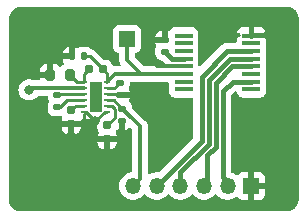
<source format=gbr>
%TF.GenerationSoftware,KiCad,Pcbnew,7.0.8*%
%TF.CreationDate,2024-10-17T18:58:31-04:00*%
%TF.ProjectId,Untitled,556e7469-746c-4656-942e-6b696361645f,rev?*%
%TF.SameCoordinates,Original*%
%TF.FileFunction,Copper,L1,Top*%
%TF.FilePolarity,Positive*%
%FSLAX46Y46*%
G04 Gerber Fmt 4.6, Leading zero omitted, Abs format (unit mm)*
G04 Created by KiCad (PCBNEW 7.0.8) date 2024-10-17 18:58:31*
%MOMM*%
%LPD*%
G01*
G04 APERTURE LIST*
G04 Aperture macros list*
%AMRoundRect*
0 Rectangle with rounded corners*
0 $1 Rounding radius*
0 $2 $3 $4 $5 $6 $7 $8 $9 X,Y pos of 4 corners*
0 Add a 4 corners polygon primitive as box body*
4,1,4,$2,$3,$4,$5,$6,$7,$8,$9,$2,$3,0*
0 Add four circle primitives for the rounded corners*
1,1,$1+$1,$2,$3*
1,1,$1+$1,$4,$5*
1,1,$1+$1,$6,$7*
1,1,$1+$1,$8,$9*
0 Add four rect primitives between the rounded corners*
20,1,$1+$1,$2,$3,$4,$5,0*
20,1,$1+$1,$4,$5,$6,$7,0*
20,1,$1+$1,$6,$7,$8,$9,0*
20,1,$1+$1,$8,$9,$2,$3,0*%
G04 Aperture macros list end*
%TA.AperFunction,SMDPad,CuDef*%
%ADD10RoundRect,0.135000X0.135000X0.185000X-0.135000X0.185000X-0.135000X-0.185000X0.135000X-0.185000X0*%
%TD*%
%TA.AperFunction,SMDPad,CuDef*%
%ADD11RoundRect,0.135000X0.185000X-0.135000X0.185000X0.135000X-0.185000X0.135000X-0.185000X-0.135000X0*%
%TD*%
%TA.AperFunction,SMDPad,CuDef*%
%ADD12RoundRect,0.160000X0.197500X0.160000X-0.197500X0.160000X-0.197500X-0.160000X0.197500X-0.160000X0*%
%TD*%
%TA.AperFunction,SMDPad,CuDef*%
%ADD13RoundRect,0.160000X-0.160000X0.197500X-0.160000X-0.197500X0.160000X-0.197500X0.160000X0.197500X0*%
%TD*%
%TA.AperFunction,SMDPad,CuDef*%
%ADD14RoundRect,0.135000X-0.185000X0.135000X-0.185000X-0.135000X0.185000X-0.135000X0.185000X0.135000X0*%
%TD*%
%TA.AperFunction,SMDPad,CuDef*%
%ADD15RoundRect,0.200000X0.200000X0.275000X-0.200000X0.275000X-0.200000X-0.275000X0.200000X-0.275000X0*%
%TD*%
%TA.AperFunction,SMDPad,CuDef*%
%ADD16RoundRect,0.051250X-0.683750X-0.153750X0.683750X-0.153750X0.683750X0.153750X-0.683750X0.153750X0*%
%TD*%
%TA.AperFunction,ComponentPad*%
%ADD17R,1.350000X1.350000*%
%TD*%
%TA.AperFunction,ComponentPad*%
%ADD18O,1.350000X1.350000*%
%TD*%
%TA.AperFunction,SMDPad,CuDef*%
%ADD19RoundRect,0.050000X0.200000X0.075000X-0.200000X0.075000X-0.200000X-0.075000X0.200000X-0.075000X0*%
%TD*%
%TA.AperFunction,SMDPad,CuDef*%
%ADD20R,1.000000X2.650000*%
%TD*%
%TA.AperFunction,ComponentPad*%
%ADD21C,0.400000*%
%TD*%
%TA.AperFunction,ViaPad*%
%ADD22C,0.800000*%
%TD*%
%TA.AperFunction,ViaPad*%
%ADD23C,0.400000*%
%TD*%
%TA.AperFunction,Conductor*%
%ADD24C,0.400000*%
%TD*%
%TA.AperFunction,Conductor*%
%ADD25C,0.250000*%
%TD*%
%TA.AperFunction,Conductor*%
%ADD26C,0.300000*%
%TD*%
G04 APERTURE END LIST*
D10*
%TO.P,4.7u,1*%
%TO.N,-5v*%
X118250000Y-78287500D03*
%TO.P,4.7u,2*%
%TO.N,GND*%
X117230000Y-78287500D03*
%TD*%
D11*
%TO.P,1u (10v),1*%
%TO.N,Net-(PS1-C1+)*%
X116000000Y-82597500D03*
%TO.P,1u (10v),2*%
%TO.N,Net-(PS1-C1-)*%
X116000000Y-81577500D03*
%TD*%
D12*
%TO.P,55k,1*%
%TO.N,-5v*%
X119845000Y-79397500D03*
%TO.P,55k,2*%
%TO.N,Net-(PS1-FB-)*%
X118650000Y-79397500D03*
%TD*%
D11*
%TO.P,C4,1*%
%TO.N,GND*%
X121500000Y-83727500D03*
%TO.P,C4,2*%
%TO.N,Vin*%
X121500000Y-82707500D03*
%TD*%
D13*
%TO.P,R2,1*%
%TO.N,Net-(PS1-FB+)*%
X120220000Y-84120000D03*
%TO.P,R2,2*%
%TO.N,GND*%
X120220000Y-85315000D03*
%TD*%
D14*
%TO.P,C1,1*%
%TO.N,GND*%
X125110000Y-76870000D03*
%TO.P,C1,2*%
%TO.N,Net-(IC1-VREFIN{slash}VREFOUT)*%
X125110000Y-77890000D03*
%TD*%
D15*
%TO.P,R5,1*%
%TO.N,Net-(PS1-FB-)*%
X117050000Y-79877500D03*
%TO.P,R5,2*%
%TO.N,GND*%
X115400000Y-79877500D03*
%TD*%
D16*
%TO.P,Bip-DAC (AD5761R),1,~{ALERT}*%
%TO.N,unconnected-(IC1-~{ALERT}-Pad1)*%
X126690000Y-76525000D03*
%TO.P,Bip-DAC (AD5761R),2,~{CLEAR}*%
%TO.N,unconnected-(IC1-~{CLEAR}-Pad2)*%
X126690000Y-77175000D03*
%TO.P,Bip-DAC (AD5761R),3,~{RESET}*%
%TO.N,unconnected-(IC1-~{RESET}-Pad3)*%
X126690000Y-77825000D03*
%TO.P,Bip-DAC (AD5761R),4,VREFIN/VREFOUT*%
%TO.N,Net-(IC1-VREFIN{slash}VREFOUT)*%
X126690000Y-78475000D03*
%TO.P,Bip-DAC (AD5761R),5,AGND*%
%TO.N,GND*%
X126690000Y-79125000D03*
%TO.P,Bip-DAC (AD5761R),6,VSS*%
%TO.N,-5v*%
X126690000Y-79775000D03*
%TO.P,Bip-DAC (AD5761R),7,VOUT*%
%TO.N,Net-(IC1-VOUT)*%
X126690000Y-80425000D03*
%TO.P,Bip-DAC (AD5761R),8,VDD*%
%TO.N,Vin*%
X126690000Y-81075000D03*
%TO.P,Bip-DAC (AD5761R),9,DNC*%
%TO.N,unconnected-(IC1-DNC-Pad9)*%
X132430000Y-81075000D03*
%TO.P,Bip-DAC (AD5761R),10,SDO*%
%TO.N,MISO*%
X132430000Y-80425000D03*
%TO.P,Bip-DAC (AD5761R),11,~{LDAC}*%
%TO.N,unconnected-(IC1-~{LDAC}-Pad11)*%
X132430000Y-79775000D03*
%TO.P,Bip-DAC (AD5761R),12,SDI*%
%TO.N,MOSI*%
X132430000Y-79125000D03*
%TO.P,Bip-DAC (AD5761R),13,~{SYNC}*%
%TO.N,Sync'*%
X132430000Y-78475000D03*
%TO.P,Bip-DAC (AD5761R),14,SCLK*%
%TO.N,Sclk*%
X132430000Y-77825000D03*
%TO.P,Bip-DAC (AD5761R),15,DVCC*%
%TO.N,Vin*%
X132430000Y-77175000D03*
%TO.P,Bip-DAC (AD5761R),16,DGND*%
%TO.N,GND*%
X132430000Y-76525000D03*
%TD*%
D17*
%TO.P,J2,1,Pin_1*%
%TO.N,-5v*%
X121900000Y-76800000D03*
%TD*%
%TO.P,J1,1,Pin_1*%
%TO.N,GND*%
X132420000Y-89260000D03*
D18*
%TO.P,J1,2,Pin_2*%
%TO.N,MISO*%
X130420000Y-89260000D03*
%TO.P,J1,3,Pin_3*%
%TO.N,MOSI*%
X128420000Y-89260000D03*
%TO.P,J1,4,Pin_4*%
%TO.N,Sync'*%
X126420000Y-89260000D03*
%TO.P,J1,5,Pin_5*%
%TO.N,Sclk*%
X124420000Y-89260000D03*
%TO.P,J1,6,Pin_6*%
%TO.N,Vin*%
X122420000Y-89260000D03*
%TD*%
D13*
%TO.P,10k,1*%
%TO.N,Net-(PS1-OUT+)*%
X117180000Y-82850000D03*
%TO.P,10k,2*%
%TO.N,GND*%
X117180000Y-84045000D03*
%TD*%
D14*
%TO.P,4.7u,1*%
%TO.N,Net-(PS1-CP)*%
X121310000Y-80507500D03*
%TO.P,4.7u,2*%
%TO.N,GND*%
X121310000Y-81527500D03*
%TD*%
D19*
%TO.P,PS1,1,PGOOD*%
%TO.N,GND*%
X120190000Y-82982500D03*
%TO.P,PS1,2,FB+*%
%TO.N,Net-(PS1-FB+)*%
X120190000Y-82482500D03*
%TO.P,PS1,3,VIN*%
%TO.N,Vin*%
X120190000Y-81982500D03*
%TO.P,PS1,4,GND*%
%TO.N,GND*%
X120190000Y-81482500D03*
%TO.P,PS1,5,CP*%
%TO.N,Net-(PS1-CP)*%
X120190000Y-80982500D03*
%TO.P,PS1,6,OUT-*%
%TO.N,-5v*%
X120190000Y-80482500D03*
%TO.P,PS1,7,FB-*%
%TO.N,Net-(PS1-FB-)*%
X118290000Y-80482500D03*
%TO.P,PS1,8,EN-*%
%TO.N,Vin*%
X118290000Y-80982500D03*
%TO.P,PS1,9,C1-*%
%TO.N,Net-(PS1-C1-)*%
X118290000Y-81482500D03*
%TO.P,PS1,10,C1+*%
%TO.N,Net-(PS1-C1+)*%
X118290000Y-81982500D03*
%TO.P,PS1,11,OUT+*%
%TO.N,Net-(PS1-OUT+)*%
X118290000Y-82482500D03*
%TO.P,PS1,12,EN+*%
%TO.N,GND*%
X118290000Y-82982500D03*
D20*
%TO.P,PS1,13,PAD*%
X119240000Y-81732500D03*
D21*
%TO.P,PS1,14*%
%TO.N,N/C*%
X119240000Y-82807500D03*
%TO.P,PS1,15*%
X119240000Y-81732500D03*
%TO.P,PS1,16*%
X119240000Y-80657500D03*
%TD*%
D22*
%TO.N,GND*%
X126370000Y-84790000D03*
X124180000Y-83130000D03*
X116200000Y-78297500D03*
X119200000Y-83777500D03*
X124540000Y-86750000D03*
D23*
X118940000Y-81190000D03*
X119530000Y-81190000D03*
D22*
X114240000Y-79867500D03*
X123000000Y-81420000D03*
X133870000Y-76520000D03*
X124490000Y-84900000D03*
X124800000Y-81810000D03*
D23*
X119490000Y-82250000D03*
D22*
X125110000Y-75910000D03*
X123950000Y-78620000D03*
X121720000Y-85280000D03*
D23*
X119020000Y-82260000D03*
D22*
X126160000Y-83130000D03*
X117180000Y-85007500D03*
%TO.N,Vin*%
X113610000Y-81120000D03*
%TD*%
D24*
%TO.N,Net-(IC1-VREFIN{slash}VREFOUT)*%
X126690000Y-78475000D02*
X125695000Y-78475000D01*
X125695000Y-78475000D02*
X125110000Y-77890000D01*
D25*
%TO.N,GND*%
X120190000Y-81482500D02*
X121265000Y-81482500D01*
X118405000Y-82982500D02*
X119200000Y-83777500D01*
D26*
X126690000Y-79125000D02*
X124455000Y-79125000D01*
D24*
X133870000Y-76520000D02*
X132435000Y-76520000D01*
D26*
X117230000Y-78287500D02*
X116210000Y-78287500D01*
D25*
X121720000Y-85280000D02*
X121685000Y-85315000D01*
X121500000Y-85060000D02*
X121500000Y-83727500D01*
X121685000Y-85315000D02*
X120220000Y-85315000D01*
X114250000Y-79877500D02*
X114240000Y-79867500D01*
X115400000Y-79877500D02*
X114250000Y-79877500D01*
X122892500Y-81527500D02*
X123000000Y-81420000D01*
D24*
X132435000Y-76520000D02*
X132430000Y-76525000D01*
D25*
X120190000Y-82982500D02*
X119995000Y-82982500D01*
D26*
X124455000Y-79125000D02*
X123950000Y-78620000D01*
D25*
X121720000Y-85280000D02*
X121500000Y-85060000D01*
X118290000Y-82982500D02*
X118405000Y-82982500D01*
X121265000Y-81482500D02*
X121310000Y-81527500D01*
X116350000Y-78157500D02*
X116340000Y-78167500D01*
X119995000Y-82982500D02*
X119200000Y-83777500D01*
X121310000Y-81527500D02*
X122892500Y-81527500D01*
X117180000Y-84045000D02*
X117180000Y-85007500D01*
D26*
X116210000Y-78287500D02*
X116200000Y-78297500D01*
D24*
X125110000Y-76870000D02*
X125110000Y-75910000D01*
D26*
%TO.N,-5v*%
X123070000Y-79790000D02*
X121900000Y-78620000D01*
X123070000Y-79790000D02*
X126675000Y-79790000D01*
X120882500Y-79790000D02*
X123070000Y-79790000D01*
X121900000Y-78620000D02*
X121900000Y-76800000D01*
D25*
X120190000Y-79742500D02*
X120190000Y-80482500D01*
D26*
X120190000Y-80482500D02*
X120882500Y-79790000D01*
D25*
X119845000Y-79397500D02*
X118735000Y-78287500D01*
X119845000Y-79397500D02*
X120190000Y-79742500D01*
X118735000Y-78287500D02*
X118250000Y-78287500D01*
D26*
X126675000Y-79790000D02*
X126690000Y-79775000D01*
D25*
X119845000Y-79397500D02*
X119735000Y-79397500D01*
D26*
%TO.N,Vin*%
X113610000Y-81120000D02*
X113772500Y-80957500D01*
D25*
X120190000Y-81982500D02*
X120210000Y-82002500D01*
D26*
X118265000Y-80957500D02*
X118290000Y-80982500D01*
X123010000Y-84217500D02*
X122420000Y-83627500D01*
X122420000Y-89260000D02*
X123010000Y-88670000D01*
D25*
X120775000Y-81982500D02*
X121500000Y-82707500D01*
X120190000Y-81982500D02*
X120775000Y-81982500D01*
D26*
X113772500Y-80957500D02*
X118265000Y-80957500D01*
D25*
X123010000Y-84755000D02*
X123010000Y-88670000D01*
D26*
X122420000Y-83627500D02*
X121500000Y-82707500D01*
X123010000Y-88670000D02*
X123010000Y-84217500D01*
D24*
%TO.N,MISO*%
X130420000Y-89260000D02*
X130420000Y-88948528D01*
X130010000Y-81260000D02*
X130845000Y-80425000D01*
X130845000Y-80425000D02*
X132430000Y-80425000D01*
X130420000Y-88948528D02*
X130000000Y-88528528D01*
X130000000Y-86225584D02*
X130010000Y-86215584D01*
X130010000Y-86215584D02*
X130010000Y-81260000D01*
X130000000Y-88528528D02*
X130000000Y-86225584D01*
%TO.N,MOSI*%
X129410000Y-85967056D02*
X129410000Y-80517056D01*
X128420000Y-89260000D02*
X128710000Y-88970000D01*
X128710000Y-86667056D02*
X129410000Y-85967056D01*
X128710000Y-88970000D02*
X128710000Y-86667056D01*
X130802056Y-79125000D02*
X132430000Y-79125000D01*
X129410000Y-80517056D02*
X130802056Y-79125000D01*
%TO.N,Sync'*%
X128810000Y-85718528D02*
X128810000Y-80268528D01*
X128810000Y-80268528D02*
X130603528Y-78475000D01*
X126420000Y-88108528D02*
X128810000Y-85718528D01*
X126420000Y-89260000D02*
X126420000Y-88108528D01*
X130603528Y-78475000D02*
X132430000Y-78475000D01*
%TO.N,Sclk*%
X128210000Y-85470000D02*
X128210000Y-80020000D01*
X124420000Y-89260000D02*
X128210000Y-85470000D01*
X130405000Y-77825000D02*
X132430000Y-77825000D01*
X128210000Y-80020000D02*
X130405000Y-77825000D01*
D25*
%TO.N,Net-(PS1-CP)*%
X120835000Y-80982500D02*
X121310000Y-80507500D01*
X120190000Y-80982500D02*
X120835000Y-80982500D01*
%TO.N,Net-(PS1-C1+)*%
X116000000Y-82597500D02*
X116210000Y-82597500D01*
X116825000Y-81982500D02*
X118290000Y-81982500D01*
X116210000Y-82597500D02*
X116825000Y-81982500D01*
%TO.N,Net-(PS1-C1-)*%
X118290000Y-81482500D02*
X116095000Y-81482500D01*
X116095000Y-81482500D02*
X116000000Y-81577500D01*
%TO.N,Net-(PS1-FB+)*%
X120190000Y-82482500D02*
X120625000Y-82482500D01*
X120625000Y-82482500D02*
X120850000Y-82707500D01*
X120850000Y-82707500D02*
X120850000Y-83490000D01*
X120850000Y-83490000D02*
X120220000Y-84120000D01*
%TO.N,Net-(PS1-FB-)*%
X118650000Y-79397500D02*
X118290000Y-79757500D01*
X118290000Y-79757500D02*
X118290000Y-80482500D01*
X118290000Y-80482500D02*
X117655000Y-80482500D01*
X117655000Y-80482500D02*
X117050000Y-79877500D01*
%TO.N,Net-(PS1-OUT+)*%
X117547500Y-82482500D02*
X117180000Y-82850000D01*
X118290000Y-82482500D02*
X117547500Y-82482500D01*
%TD*%
%TA.AperFunction,Conductor*%
%TO.N,GND*%
G36*
X123028442Y-80442026D02*
G01*
X123049405Y-80445347D01*
X123094104Y-80441121D01*
X123097770Y-80440775D01*
X123103608Y-80440500D01*
X125330500Y-80440500D01*
X125397539Y-80460185D01*
X125443294Y-80512989D01*
X125454500Y-80564500D01*
X125454500Y-80621944D01*
X125461276Y-80678369D01*
X125465148Y-80710617D01*
X125467095Y-80718317D01*
X125464068Y-80719082D01*
X125469008Y-80774170D01*
X125466822Y-80781614D01*
X125467095Y-80781683D01*
X125465148Y-80789382D01*
X125460308Y-80829691D01*
X125454500Y-80878056D01*
X125454500Y-81271944D01*
X125460092Y-81318511D01*
X125465147Y-81360611D01*
X125520790Y-81501712D01*
X125612435Y-81622564D01*
X125733287Y-81714209D01*
X125733288Y-81714209D01*
X125733289Y-81714210D01*
X125874387Y-81769852D01*
X125963056Y-81780500D01*
X125963062Y-81780500D01*
X127385500Y-81780500D01*
X127452539Y-81800185D01*
X127498294Y-81852989D01*
X127509500Y-81904500D01*
X127509500Y-85128480D01*
X127489815Y-85195519D01*
X127473181Y-85216161D01*
X124639103Y-88050238D01*
X124577780Y-88083723D01*
X124534694Y-88084358D01*
X124534632Y-88085029D01*
X124528927Y-88084500D01*
X124528926Y-88084500D01*
X124311074Y-88084500D01*
X124096931Y-88124530D01*
X124060298Y-88138722D01*
X123893792Y-88203226D01*
X123893786Y-88203230D01*
X123849777Y-88230479D01*
X123782416Y-88249034D01*
X123715717Y-88228226D01*
X123670856Y-88174660D01*
X123660500Y-88125052D01*
X123660500Y-84303002D01*
X123662268Y-84286989D01*
X123662026Y-84286967D01*
X123662758Y-84279211D01*
X123662760Y-84279204D01*
X123660500Y-84207296D01*
X123660500Y-84176575D01*
X123659579Y-84169288D01*
X123659122Y-84163479D01*
X123657597Y-84114931D01*
X123651676Y-84094553D01*
X123647731Y-84075504D01*
X123645071Y-84054442D01*
X123627185Y-84009269D01*
X123625296Y-84003749D01*
X123621002Y-83988971D01*
X123611744Y-83957102D01*
X123600940Y-83938834D01*
X123592378Y-83921356D01*
X123584568Y-83901629D01*
X123584565Y-83901625D01*
X123580975Y-83896684D01*
X123556014Y-83862327D01*
X123552811Y-83857451D01*
X123528081Y-83815635D01*
X123528079Y-83815633D01*
X123528078Y-83815631D01*
X123513075Y-83800629D01*
X123500435Y-83785830D01*
X123487961Y-83768660D01*
X123450528Y-83737694D01*
X123446206Y-83733760D01*
X122356818Y-82644372D01*
X122323333Y-82583049D01*
X122320499Y-82556691D01*
X122320499Y-82508320D01*
X122317665Y-82472296D01*
X122272869Y-82318107D01*
X122191135Y-82179902D01*
X122191133Y-82179900D01*
X122191130Y-82179896D01*
X122093010Y-82081776D01*
X122059525Y-82020453D01*
X122064509Y-81950761D01*
X122073963Y-81930968D01*
X122082405Y-81916694D01*
X122122844Y-81777500D01*
X121505952Y-81777500D01*
X121438913Y-81757815D01*
X121418278Y-81741187D01*
X121279633Y-81602542D01*
X121246151Y-81541222D01*
X121251135Y-81471530D01*
X121271769Y-81435828D01*
X121296294Y-81406182D01*
X121300219Y-81401870D01*
X121387774Y-81314317D01*
X121449097Y-81280832D01*
X121475454Y-81277999D01*
X121559180Y-81277999D01*
X121563096Y-81277690D01*
X121567959Y-81277500D01*
X122122844Y-81277500D01*
X122082404Y-81138305D01*
X122048581Y-81081112D01*
X122031398Y-81013388D01*
X122048582Y-80954869D01*
X122062258Y-80931744D01*
X122082869Y-80896893D01*
X122127665Y-80742704D01*
X122130500Y-80706681D01*
X122130499Y-80564499D01*
X122150183Y-80497461D01*
X122202987Y-80451706D01*
X122254499Y-80440500D01*
X122987823Y-80440500D01*
X123009045Y-80440500D01*
X123028442Y-80442026D01*
G37*
%TD.AperFunction*%
%TA.AperFunction,Conductor*%
G36*
X135431512Y-74071961D02*
G01*
X135435268Y-74072285D01*
X135474840Y-74075701D01*
X135600559Y-74087923D01*
X135620513Y-74091530D01*
X135680050Y-74107418D01*
X135688040Y-74109551D01*
X135699163Y-74112913D01*
X135780541Y-74137510D01*
X135796948Y-74143771D01*
X135864985Y-74175424D01*
X135867997Y-74176927D01*
X135951500Y-74221472D01*
X135957827Y-74225351D01*
X135990370Y-74248102D01*
X136024490Y-74271956D01*
X136028253Y-74274806D01*
X136100166Y-74333742D01*
X136104662Y-74337811D01*
X136155975Y-74389063D01*
X136162567Y-74395647D01*
X136166661Y-74400159D01*
X136225669Y-74471984D01*
X136228535Y-74475758D01*
X136275206Y-74542346D01*
X136279102Y-74548683D01*
X136323754Y-74632147D01*
X136325265Y-74635168D01*
X136356985Y-74703135D01*
X136363270Y-74719548D01*
X136391343Y-74812024D01*
X136409440Y-74879512D01*
X136413073Y-74899467D01*
X136425312Y-75023654D01*
X136429264Y-75068802D01*
X136429500Y-75074211D01*
X136429500Y-90378519D01*
X136429264Y-90383923D01*
X136425482Y-90427164D01*
X136413137Y-90552717D01*
X136409513Y-90572652D01*
X136391479Y-90640014D01*
X136363481Y-90732377D01*
X136357212Y-90748774D01*
X136325595Y-90816636D01*
X136324084Y-90819659D01*
X136279561Y-90903029D01*
X136275672Y-90909366D01*
X136229142Y-90975883D01*
X136226284Y-90979654D01*
X136167435Y-91051437D01*
X136163353Y-91055946D01*
X136105628Y-91113741D01*
X136101122Y-91117830D01*
X136029402Y-91176770D01*
X136025635Y-91179633D01*
X135959181Y-91226236D01*
X135952850Y-91230133D01*
X135869539Y-91274754D01*
X135866516Y-91276268D01*
X135798681Y-91307972D01*
X135782293Y-91314260D01*
X135689969Y-91342366D01*
X135622615Y-91360486D01*
X135602697Y-91364133D01*
X135478683Y-91376491D01*
X135433662Y-91380481D01*
X135428262Y-91380724D01*
X112893935Y-91408272D01*
X112888522Y-91408042D01*
X112845219Y-91404303D01*
X112719448Y-91392076D01*
X112699473Y-91388465D01*
X112631959Y-91370448D01*
X112539471Y-91342492D01*
X112523042Y-91336224D01*
X112455030Y-91304582D01*
X112452002Y-91303071D01*
X112368507Y-91258532D01*
X112362163Y-91254642D01*
X112327106Y-91230133D01*
X112295508Y-91208042D01*
X112291739Y-91205187D01*
X112219835Y-91146259D01*
X112215335Y-91142186D01*
X112157428Y-91084348D01*
X112153337Y-91079839D01*
X112133708Y-91055946D01*
X112094323Y-91008006D01*
X112091470Y-91004250D01*
X112044787Y-90937645D01*
X112040896Y-90931315D01*
X111996244Y-90847851D01*
X111994747Y-90844860D01*
X111963007Y-90776850D01*
X111956735Y-90760471D01*
X111928655Y-90667972D01*
X111910559Y-90600487D01*
X111906927Y-90580542D01*
X111894694Y-90456416D01*
X111890736Y-90411198D01*
X111890500Y-90405791D01*
X111890500Y-85565000D01*
X119400000Y-85565000D01*
X119400000Y-85565837D01*
X119406043Y-85632343D01*
X119453724Y-85785359D01*
X119453726Y-85785363D01*
X119536639Y-85922519D01*
X119536642Y-85922523D01*
X119649976Y-86035857D01*
X119649980Y-86035860D01*
X119787136Y-86118773D01*
X119787138Y-86118774D01*
X119940155Y-86166456D01*
X119940161Y-86166458D01*
X119969999Y-86169168D01*
X119970000Y-86169168D01*
X119970000Y-85565000D01*
X120470000Y-85565000D01*
X120470000Y-86169168D01*
X120499838Y-86166458D01*
X120499844Y-86166456D01*
X120652861Y-86118774D01*
X120652863Y-86118773D01*
X120790019Y-86035860D01*
X120790023Y-86035857D01*
X120903357Y-85922523D01*
X120903360Y-85922519D01*
X120986273Y-85785363D01*
X120986275Y-85785359D01*
X121033956Y-85632343D01*
X121040000Y-85565837D01*
X121040000Y-85565000D01*
X120470000Y-85565000D01*
X119970000Y-85565000D01*
X119400000Y-85565000D01*
X111890500Y-85565000D01*
X111890500Y-84295000D01*
X116360000Y-84295000D01*
X116360000Y-84295837D01*
X116366043Y-84362343D01*
X116413724Y-84515359D01*
X116413726Y-84515363D01*
X116496639Y-84652519D01*
X116496642Y-84652523D01*
X116609976Y-84765857D01*
X116609980Y-84765860D01*
X116747136Y-84848773D01*
X116747138Y-84848774D01*
X116900155Y-84896456D01*
X116900161Y-84896458D01*
X116929999Y-84899168D01*
X116930000Y-84899168D01*
X116930000Y-84295000D01*
X117430000Y-84295000D01*
X117430000Y-84899168D01*
X117459838Y-84896458D01*
X117459844Y-84896456D01*
X117612861Y-84848774D01*
X117612863Y-84848773D01*
X117750019Y-84765860D01*
X117750023Y-84765857D01*
X117863357Y-84652523D01*
X117863360Y-84652519D01*
X117946273Y-84515363D01*
X117946275Y-84515359D01*
X117993956Y-84362343D01*
X118000000Y-84295837D01*
X118000000Y-84295000D01*
X117430000Y-84295000D01*
X116930000Y-84295000D01*
X116360000Y-84295000D01*
X111890500Y-84295000D01*
X111890500Y-81120000D01*
X112704540Y-81120000D01*
X112724326Y-81308256D01*
X112724327Y-81308259D01*
X112782818Y-81488277D01*
X112782821Y-81488284D01*
X112877467Y-81652216D01*
X112933286Y-81714209D01*
X113004129Y-81792888D01*
X113157265Y-81904148D01*
X113157270Y-81904151D01*
X113330192Y-81981142D01*
X113330197Y-81981144D01*
X113515354Y-82020500D01*
X113515355Y-82020500D01*
X113704644Y-82020500D01*
X113704646Y-82020500D01*
X113889803Y-81981144D01*
X114062730Y-81904151D01*
X114215871Y-81792888D01*
X114342533Y-81652216D01*
X114342533Y-81652214D01*
X114345403Y-81649028D01*
X114404890Y-81612379D01*
X114437553Y-81608000D01*
X115055501Y-81608000D01*
X115122540Y-81627685D01*
X115168295Y-81680489D01*
X115179501Y-81732000D01*
X115179501Y-81776680D01*
X115182335Y-81812704D01*
X115227129Y-81966888D01*
X115227132Y-81966895D01*
X115261128Y-82024381D01*
X115278309Y-82092105D01*
X115261128Y-82150619D01*
X115227132Y-82208104D01*
X115227129Y-82208111D01*
X115182335Y-82362291D01*
X115182334Y-82362297D01*
X115179500Y-82398317D01*
X115179501Y-82796681D01*
X115182335Y-82832705D01*
X115227129Y-82986888D01*
X115227131Y-82986893D01*
X115308863Y-83125095D01*
X115308869Y-83125103D01*
X115422396Y-83238630D01*
X115422400Y-83238633D01*
X115422402Y-83238635D01*
X115560607Y-83320369D01*
X115582932Y-83326855D01*
X115714791Y-83365164D01*
X115714794Y-83365164D01*
X115714796Y-83365165D01*
X115726803Y-83366110D01*
X115750817Y-83368000D01*
X115750818Y-83367999D01*
X115750819Y-83368000D01*
X116083059Y-83367999D01*
X116249181Y-83367999D01*
X116251629Y-83367806D01*
X116285204Y-83365165D01*
X116289661Y-83363870D01*
X116359529Y-83364067D01*
X116418201Y-83402007D01*
X116447046Y-83465644D01*
X116436908Y-83534775D01*
X116430377Y-83547093D01*
X116413725Y-83574638D01*
X116413724Y-83574640D01*
X116366043Y-83727656D01*
X116360000Y-83794162D01*
X116360000Y-83795000D01*
X118000000Y-83795000D01*
X118000000Y-83794161D01*
X117995326Y-83742720D01*
X118008863Y-83674175D01*
X118057310Y-83623830D01*
X118118817Y-83607500D01*
X118165000Y-83607500D01*
X118165000Y-83232000D01*
X118184685Y-83164961D01*
X118237489Y-83119206D01*
X118289000Y-83108000D01*
X118291000Y-83108000D01*
X118358039Y-83127685D01*
X118403794Y-83180489D01*
X118415000Y-83232000D01*
X118415000Y-83607500D01*
X118533054Y-83607500D01*
X118621443Y-83596886D01*
X118699398Y-83566145D01*
X118744888Y-83557500D01*
X118989998Y-83557500D01*
X119012874Y-83534624D01*
X119074197Y-83501139D01*
X119130231Y-83501908D01*
X119154944Y-83508000D01*
X119328818Y-83508000D01*
X119395857Y-83527685D01*
X119441612Y-83580489D01*
X119451556Y-83649647D01*
X119447203Y-83668890D01*
X119405548Y-83802565D01*
X119404787Y-83810936D01*
X119400117Y-83862336D01*
X119399500Y-83869121D01*
X119399500Y-84370888D01*
X119405546Y-84437426D01*
X119405548Y-84437433D01*
X119453265Y-84590566D01*
X119453267Y-84590570D01*
X119491511Y-84653834D01*
X119509347Y-84721389D01*
X119491512Y-84782132D01*
X119453724Y-84844641D01*
X119406043Y-84997656D01*
X119400000Y-85064162D01*
X119400000Y-85065000D01*
X121040000Y-85065000D01*
X121040000Y-85064162D01*
X121033956Y-84997656D01*
X120986275Y-84844640D01*
X120948488Y-84782133D01*
X120930652Y-84714578D01*
X120948488Y-84653834D01*
X120986733Y-84590569D01*
X120996892Y-84557967D01*
X121035629Y-84499820D01*
X121099654Y-84471846D01*
X121149872Y-84475782D01*
X121214871Y-84494666D01*
X121214877Y-84494667D01*
X121250000Y-84497431D01*
X121250000Y-84026880D01*
X121269685Y-83959841D01*
X121283608Y-83941996D01*
X121299241Y-83925348D01*
X121320116Y-83904474D01*
X121320116Y-83904473D01*
X121320120Y-83904470D01*
X121324373Y-83898986D01*
X121328150Y-83894563D01*
X121360062Y-83860582D01*
X121369714Y-83843023D01*
X121380389Y-83826772D01*
X121392674Y-83810936D01*
X121408046Y-83775410D01*
X121452731Y-83721704D01*
X121519362Y-83700680D01*
X121586783Y-83719017D01*
X121609528Y-83736974D01*
X121713681Y-83841127D01*
X121747166Y-83902450D01*
X121750000Y-83928808D01*
X121750000Y-84497430D01*
X121785122Y-84494667D01*
X121785128Y-84494666D01*
X121939188Y-84449907D01*
X121939191Y-84449906D01*
X122077284Y-84368238D01*
X122082982Y-84363819D01*
X122148017Y-84338281D01*
X122216535Y-84351958D01*
X122246668Y-84374114D01*
X122323181Y-84450627D01*
X122356666Y-84511950D01*
X122359500Y-84538308D01*
X122359500Y-87972479D01*
X122339815Y-88039518D01*
X122287011Y-88085273D01*
X122258285Y-88094367D01*
X122096931Y-88124530D01*
X122060298Y-88138722D01*
X121893792Y-88203226D01*
X121893786Y-88203229D01*
X121708576Y-88317906D01*
X121708566Y-88317913D01*
X121547574Y-88464676D01*
X121416288Y-88638527D01*
X121319184Y-88833537D01*
X121259564Y-89043081D01*
X121239464Y-89259999D01*
X121239464Y-89260000D01*
X121259564Y-89476918D01*
X121259564Y-89476920D01*
X121259565Y-89476923D01*
X121319183Y-89686459D01*
X121416288Y-89881472D01*
X121547573Y-90055322D01*
X121708568Y-90202088D01*
X121708575Y-90202092D01*
X121708576Y-90202093D01*
X121893786Y-90316770D01*
X121893792Y-90316773D01*
X121916664Y-90325633D01*
X122096931Y-90395470D01*
X122311074Y-90435500D01*
X122311076Y-90435500D01*
X122528924Y-90435500D01*
X122528926Y-90435500D01*
X122743069Y-90395470D01*
X122946210Y-90316772D01*
X123131432Y-90202088D01*
X123292427Y-90055322D01*
X123321047Y-90017422D01*
X123377153Y-89975787D01*
X123446865Y-89971094D01*
X123508048Y-90004836D01*
X123518946Y-90017414D01*
X123547573Y-90055322D01*
X123708568Y-90202088D01*
X123708575Y-90202092D01*
X123708576Y-90202093D01*
X123893786Y-90316770D01*
X123893792Y-90316773D01*
X123916664Y-90325633D01*
X124096931Y-90395470D01*
X124311074Y-90435500D01*
X124311076Y-90435500D01*
X124528924Y-90435500D01*
X124528926Y-90435500D01*
X124743069Y-90395470D01*
X124946210Y-90316772D01*
X125131432Y-90202088D01*
X125292427Y-90055322D01*
X125321047Y-90017422D01*
X125377153Y-89975787D01*
X125446865Y-89971094D01*
X125508048Y-90004836D01*
X125518946Y-90017414D01*
X125547573Y-90055322D01*
X125708568Y-90202088D01*
X125708575Y-90202092D01*
X125708576Y-90202093D01*
X125893786Y-90316770D01*
X125893792Y-90316773D01*
X125916664Y-90325633D01*
X126096931Y-90395470D01*
X126311074Y-90435500D01*
X126311076Y-90435500D01*
X126528924Y-90435500D01*
X126528926Y-90435500D01*
X126743069Y-90395470D01*
X126946210Y-90316772D01*
X127131432Y-90202088D01*
X127292427Y-90055322D01*
X127321047Y-90017422D01*
X127377153Y-89975787D01*
X127446865Y-89971094D01*
X127508048Y-90004836D01*
X127518946Y-90017414D01*
X127547573Y-90055322D01*
X127708568Y-90202088D01*
X127708575Y-90202092D01*
X127708576Y-90202093D01*
X127893786Y-90316770D01*
X127893792Y-90316773D01*
X127916664Y-90325633D01*
X128096931Y-90395470D01*
X128311074Y-90435500D01*
X128311076Y-90435500D01*
X128528924Y-90435500D01*
X128528926Y-90435500D01*
X128743069Y-90395470D01*
X128946210Y-90316772D01*
X129131432Y-90202088D01*
X129292427Y-90055322D01*
X129321047Y-90017422D01*
X129377153Y-89975787D01*
X129446865Y-89971094D01*
X129508048Y-90004836D01*
X129518946Y-90017414D01*
X129547573Y-90055322D01*
X129708568Y-90202088D01*
X129708575Y-90202092D01*
X129708576Y-90202093D01*
X129893786Y-90316770D01*
X129893792Y-90316773D01*
X129916664Y-90325633D01*
X130096931Y-90395470D01*
X130311074Y-90435500D01*
X130311076Y-90435500D01*
X130528924Y-90435500D01*
X130528926Y-90435500D01*
X130743069Y-90395470D01*
X130946210Y-90316772D01*
X131131432Y-90202088D01*
X131142779Y-90191743D01*
X131205579Y-90161125D01*
X131274966Y-90169319D01*
X131325585Y-90209067D01*
X131387809Y-90292187D01*
X131387812Y-90292190D01*
X131502906Y-90378350D01*
X131502913Y-90378354D01*
X131637620Y-90428596D01*
X131637627Y-90428598D01*
X131697155Y-90434999D01*
X131697172Y-90435000D01*
X132170000Y-90435000D01*
X132170000Y-89575686D01*
X132181955Y-89587641D01*
X132294852Y-89645165D01*
X132388519Y-89660000D01*
X132451481Y-89660000D01*
X132545148Y-89645165D01*
X132658045Y-89587641D01*
X132670000Y-89575686D01*
X132670000Y-90435000D01*
X133142828Y-90435000D01*
X133142844Y-90434999D01*
X133202372Y-90428598D01*
X133202379Y-90428596D01*
X133337086Y-90378354D01*
X133337093Y-90378350D01*
X133452187Y-90292190D01*
X133452190Y-90292187D01*
X133538350Y-90177093D01*
X133538354Y-90177086D01*
X133588596Y-90042379D01*
X133588598Y-90042372D01*
X133594999Y-89982844D01*
X133595000Y-89982827D01*
X133595000Y-89510000D01*
X132735686Y-89510000D01*
X132747641Y-89498045D01*
X132805165Y-89385148D01*
X132824986Y-89260000D01*
X132805165Y-89134852D01*
X132747641Y-89021955D01*
X132735686Y-89010000D01*
X133595000Y-89010000D01*
X133595000Y-88537172D01*
X133594999Y-88537155D01*
X133588598Y-88477627D01*
X133588596Y-88477620D01*
X133538354Y-88342913D01*
X133538350Y-88342906D01*
X133452190Y-88227812D01*
X133452187Y-88227809D01*
X133337093Y-88141649D01*
X133337086Y-88141645D01*
X133202379Y-88091403D01*
X133202372Y-88091401D01*
X133142844Y-88085000D01*
X132670000Y-88085000D01*
X132670000Y-88944314D01*
X132658045Y-88932359D01*
X132545148Y-88874835D01*
X132451481Y-88860000D01*
X132388519Y-88860000D01*
X132294852Y-88874835D01*
X132181955Y-88932359D01*
X132170000Y-88944314D01*
X132170000Y-88085000D01*
X131697155Y-88085000D01*
X131637627Y-88091401D01*
X131637620Y-88091403D01*
X131502913Y-88141645D01*
X131502906Y-88141649D01*
X131387812Y-88227809D01*
X131325585Y-88310933D01*
X131269651Y-88352803D01*
X131199959Y-88357787D01*
X131142781Y-88328258D01*
X131131432Y-88317912D01*
X131131429Y-88317910D01*
X131131428Y-88317909D01*
X130946213Y-88203229D01*
X130946201Y-88203224D01*
X130779705Y-88138722D01*
X130724304Y-88096149D01*
X130700714Y-88030382D01*
X130700500Y-88023096D01*
X130700500Y-86344067D01*
X130700952Y-86336594D01*
X130701783Y-86329741D01*
X130702615Y-86322883D01*
X130703173Y-86319213D01*
X130714357Y-86258190D01*
X130710613Y-86196291D01*
X130710500Y-86192547D01*
X130710500Y-81601519D01*
X130730185Y-81534480D01*
X130746819Y-81513838D01*
X130858787Y-81401870D01*
X130992057Y-81268599D01*
X131053378Y-81235116D01*
X131123069Y-81240100D01*
X131179003Y-81281971D01*
X131202851Y-81341495D01*
X131205146Y-81360608D01*
X131260790Y-81501712D01*
X131352435Y-81622564D01*
X131473287Y-81714209D01*
X131473288Y-81714209D01*
X131473289Y-81714210D01*
X131614387Y-81769852D01*
X131703056Y-81780500D01*
X131703062Y-81780500D01*
X133156938Y-81780500D01*
X133156944Y-81780500D01*
X133245613Y-81769852D01*
X133386711Y-81714210D01*
X133507564Y-81622564D01*
X133599210Y-81501711D01*
X133654852Y-81360613D01*
X133665500Y-81271944D01*
X133665500Y-80878056D01*
X133654852Y-80789387D01*
X133654849Y-80789381D01*
X133652903Y-80781675D01*
X133655948Y-80780905D01*
X133650969Y-80725944D01*
X133653185Y-80718396D01*
X133652903Y-80718325D01*
X133654850Y-80710617D01*
X133654852Y-80710613D01*
X133665500Y-80621944D01*
X133665500Y-80228056D01*
X133654852Y-80139387D01*
X133654849Y-80139381D01*
X133652903Y-80131675D01*
X133655948Y-80130905D01*
X133650969Y-80075944D01*
X133653185Y-80068396D01*
X133652903Y-80068325D01*
X133654849Y-80060620D01*
X133654852Y-80060613D01*
X133665500Y-79971944D01*
X133665500Y-79578056D01*
X133654852Y-79489387D01*
X133654849Y-79489381D01*
X133652903Y-79481675D01*
X133655948Y-79480905D01*
X133650969Y-79425944D01*
X133653185Y-79418396D01*
X133652903Y-79418325D01*
X133654849Y-79410620D01*
X133654852Y-79410613D01*
X133665500Y-79321944D01*
X133665500Y-78928056D01*
X133654852Y-78839387D01*
X133654849Y-78839381D01*
X133652903Y-78831675D01*
X133655948Y-78830905D01*
X133650969Y-78775944D01*
X133653185Y-78768396D01*
X133652903Y-78768325D01*
X133654849Y-78760620D01*
X133654852Y-78760613D01*
X133665500Y-78671944D01*
X133665500Y-78278056D01*
X133654852Y-78189387D01*
X133654849Y-78189381D01*
X133652903Y-78181675D01*
X133655948Y-78180905D01*
X133650969Y-78125944D01*
X133653185Y-78118396D01*
X133652903Y-78118325D01*
X133654849Y-78110620D01*
X133654852Y-78110613D01*
X133665500Y-78021944D01*
X133665500Y-77628056D01*
X133654852Y-77539387D01*
X133654849Y-77539381D01*
X133652903Y-77531675D01*
X133655948Y-77530905D01*
X133650969Y-77475944D01*
X133653185Y-77468396D01*
X133652903Y-77468325D01*
X133654849Y-77460620D01*
X133654852Y-77460613D01*
X133665500Y-77371944D01*
X133665500Y-76978056D01*
X133654852Y-76889387D01*
X133654851Y-76889385D01*
X133654851Y-76889382D01*
X133652905Y-76881683D01*
X133655745Y-76880965D01*
X133650702Y-76825252D01*
X133652751Y-76818286D01*
X133652414Y-76818201D01*
X133654361Y-76810494D01*
X133664028Y-76730000D01*
X133646930Y-76730000D01*
X133579891Y-76710315D01*
X133548126Y-76680925D01*
X133507564Y-76627435D01*
X133395961Y-76542804D01*
X133354437Y-76486611D01*
X133349886Y-76416890D01*
X133383751Y-76355776D01*
X133445281Y-76322672D01*
X133470886Y-76320000D01*
X133664027Y-76320000D01*
X133654362Y-76239508D01*
X133598769Y-76098534D01*
X133507207Y-75977792D01*
X133386465Y-75886230D01*
X133245492Y-75830637D01*
X133156911Y-75820000D01*
X132635000Y-75820000D01*
X132635000Y-76345500D01*
X132615315Y-76412539D01*
X132562511Y-76458294D01*
X132511000Y-76469500D01*
X132349000Y-76469500D01*
X132281961Y-76449815D01*
X132236206Y-76397011D01*
X132225000Y-76345500D01*
X132225000Y-75820000D01*
X131703089Y-75820000D01*
X131614507Y-75830637D01*
X131473534Y-75886230D01*
X131352792Y-75977792D01*
X131261230Y-76098534D01*
X131205637Y-76239508D01*
X131195972Y-76320000D01*
X131389114Y-76320000D01*
X131456153Y-76339685D01*
X131501908Y-76392489D01*
X131511852Y-76461647D01*
X131482827Y-76525203D01*
X131464039Y-76542804D01*
X131352435Y-76627435D01*
X131311874Y-76680925D01*
X131255682Y-76722448D01*
X131213070Y-76730000D01*
X131195973Y-76730000D01*
X131205638Y-76810498D01*
X131207586Y-76818204D01*
X131204394Y-76819010D01*
X131209271Y-76873511D01*
X131206886Y-76881628D01*
X131207095Y-76881681D01*
X131205148Y-76889380D01*
X131199414Y-76937131D01*
X131194500Y-76978056D01*
X131194500Y-76978062D01*
X131194500Y-77000500D01*
X131174815Y-77067539D01*
X131122011Y-77113294D01*
X131070500Y-77124500D01*
X130428048Y-77124500D01*
X130424303Y-77124387D01*
X130362396Y-77120642D01*
X130362389Y-77120642D01*
X130301386Y-77131821D01*
X130297685Y-77132384D01*
X130236128Y-77139859D01*
X130236121Y-77139861D01*
X130226647Y-77143454D01*
X130205049Y-77149475D01*
X130195069Y-77151304D01*
X130138519Y-77176755D01*
X130135060Y-77178188D01*
X130077071Y-77200181D01*
X130077066Y-77200184D01*
X130068722Y-77205943D01*
X130049187Y-77216961D01*
X130039947Y-77221120D01*
X130039945Y-77221121D01*
X129991136Y-77259359D01*
X129988122Y-77261576D01*
X129937070Y-77296817D01*
X129937068Y-77296818D01*
X129895942Y-77343240D01*
X129893375Y-77345966D01*
X128136681Y-79102661D01*
X128075358Y-79136146D01*
X128005666Y-79131162D01*
X127949733Y-79089290D01*
X127925316Y-79023826D01*
X127925000Y-79014980D01*
X127925000Y-78928089D01*
X127914361Y-78839506D01*
X127912413Y-78831795D01*
X127915635Y-78830980D01*
X127910687Y-78776689D01*
X127913124Y-78768380D01*
X127912903Y-78768325D01*
X127914849Y-78760620D01*
X127914852Y-78760613D01*
X127925500Y-78671944D01*
X127925500Y-78278056D01*
X127914852Y-78189387D01*
X127914849Y-78189381D01*
X127912903Y-78181675D01*
X127915948Y-78180905D01*
X127910969Y-78125944D01*
X127913185Y-78118396D01*
X127912903Y-78118325D01*
X127914849Y-78110620D01*
X127914852Y-78110613D01*
X127925500Y-78021944D01*
X127925500Y-77628056D01*
X127914852Y-77539387D01*
X127914849Y-77539381D01*
X127912903Y-77531675D01*
X127915948Y-77530905D01*
X127910969Y-77475944D01*
X127913185Y-77468396D01*
X127912903Y-77468325D01*
X127914849Y-77460620D01*
X127914852Y-77460613D01*
X127925500Y-77371944D01*
X127925500Y-76978056D01*
X127914852Y-76889387D01*
X127914849Y-76889380D01*
X127912903Y-76881675D01*
X127915948Y-76880905D01*
X127910969Y-76825944D01*
X127913185Y-76818396D01*
X127912903Y-76818325D01*
X127914849Y-76810620D01*
X127914852Y-76810613D01*
X127925500Y-76721944D01*
X127925500Y-76328056D01*
X127914852Y-76239387D01*
X127859210Y-76098289D01*
X127859209Y-76098288D01*
X127859209Y-76098287D01*
X127767564Y-75977435D01*
X127646712Y-75885790D01*
X127505611Y-75830147D01*
X127460097Y-75824682D01*
X127416944Y-75819500D01*
X125963056Y-75819500D01*
X125923140Y-75824293D01*
X125874388Y-75830147D01*
X125733287Y-75885790D01*
X125612435Y-75977436D01*
X125546797Y-76063992D01*
X125490605Y-76105515D01*
X125420884Y-76110066D01*
X125413398Y-76108142D01*
X125395129Y-76102834D01*
X125360000Y-76100068D01*
X125360000Y-76995500D01*
X125340315Y-77062539D01*
X125287511Y-77108294D01*
X125236000Y-77119500D01*
X124860820Y-77119501D01*
X124856903Y-77119809D01*
X124852041Y-77120000D01*
X124297156Y-77120000D01*
X124337594Y-77259193D01*
X124371419Y-77316388D01*
X124388601Y-77384112D01*
X124371419Y-77442628D01*
X124337130Y-77500607D01*
X124337129Y-77500611D01*
X124292335Y-77654791D01*
X124292334Y-77654797D01*
X124289500Y-77690817D01*
X124289501Y-78089181D01*
X124292335Y-78125205D01*
X124337129Y-78279388D01*
X124337131Y-78279393D01*
X124418863Y-78417595D01*
X124418869Y-78417603D01*
X124532396Y-78531130D01*
X124532400Y-78531133D01*
X124532402Y-78531135D01*
X124670607Y-78612869D01*
X124711268Y-78624682D01*
X124824791Y-78657664D01*
X124824794Y-78657664D01*
X124824796Y-78657665D01*
X124846716Y-78659390D01*
X124912005Y-78684273D01*
X124924670Y-78695327D01*
X125157162Y-78927819D01*
X125190647Y-78989142D01*
X125185663Y-79058834D01*
X125143791Y-79114767D01*
X125078327Y-79139184D01*
X125069481Y-79139500D01*
X123390808Y-79139500D01*
X123323769Y-79119815D01*
X123303127Y-79103181D01*
X122586819Y-78386873D01*
X122553334Y-78325550D01*
X122550500Y-78299192D01*
X122550500Y-78094663D01*
X122570185Y-78027624D01*
X122622989Y-77981869D01*
X122661248Y-77971373D01*
X122682483Y-77969091D01*
X122817331Y-77918796D01*
X122932546Y-77832546D01*
X123018796Y-77717331D01*
X123069091Y-77582483D01*
X123075500Y-77522873D01*
X123075499Y-76620000D01*
X124297156Y-76620000D01*
X124860000Y-76620000D01*
X124860000Y-76100068D01*
X124859999Y-76100068D01*
X124824869Y-76102834D01*
X124824868Y-76102834D01*
X124670811Y-76147592D01*
X124670808Y-76147593D01*
X124532714Y-76229261D01*
X124532705Y-76229268D01*
X124419268Y-76342705D01*
X124419261Y-76342714D01*
X124337595Y-76480805D01*
X124297156Y-76620000D01*
X123075499Y-76620000D01*
X123075499Y-76077128D01*
X123069091Y-76017517D01*
X123054141Y-75977435D01*
X123018797Y-75882671D01*
X123018793Y-75882664D01*
X122932547Y-75767455D01*
X122932544Y-75767452D01*
X122817335Y-75681206D01*
X122817328Y-75681202D01*
X122682482Y-75630908D01*
X122682483Y-75630908D01*
X122622883Y-75624501D01*
X122622881Y-75624500D01*
X122622873Y-75624500D01*
X122622864Y-75624500D01*
X121177129Y-75624500D01*
X121177123Y-75624501D01*
X121117516Y-75630908D01*
X120982671Y-75681202D01*
X120982664Y-75681206D01*
X120867455Y-75767452D01*
X120867452Y-75767455D01*
X120781206Y-75882664D01*
X120781202Y-75882671D01*
X120730908Y-76017517D01*
X120725912Y-76063992D01*
X120724501Y-76077123D01*
X120724500Y-76077135D01*
X120724500Y-77522870D01*
X120724501Y-77522876D01*
X120730908Y-77582483D01*
X120781202Y-77717328D01*
X120781206Y-77717335D01*
X120867452Y-77832544D01*
X120867455Y-77832547D01*
X120982664Y-77918793D01*
X120982671Y-77918797D01*
X121027618Y-77935561D01*
X121117517Y-77969091D01*
X121138756Y-77971374D01*
X121203304Y-77998110D01*
X121243154Y-78055502D01*
X121249500Y-78094663D01*
X121249500Y-78534494D01*
X121247732Y-78550505D01*
X121247974Y-78550528D01*
X121247240Y-78558294D01*
X121249500Y-78630203D01*
X121249500Y-78660920D01*
X121249501Y-78660940D01*
X121250418Y-78668206D01*
X121250876Y-78674024D01*
X121252402Y-78722567D01*
X121252403Y-78722570D01*
X121258323Y-78742948D01*
X121262268Y-78761996D01*
X121264928Y-78783054D01*
X121264931Y-78783064D01*
X121282813Y-78828230D01*
X121284705Y-78833758D01*
X121298254Y-78880395D01*
X121298255Y-78880397D01*
X121309060Y-78898666D01*
X121317617Y-78916134D01*
X121325432Y-78935871D01*
X121330334Y-78942618D01*
X121353811Y-79008426D01*
X121337983Y-79076479D01*
X121287876Y-79125172D01*
X121230013Y-79139500D01*
X120968005Y-79139500D01*
X120951994Y-79137732D01*
X120951972Y-79137974D01*
X120944205Y-79137240D01*
X120944204Y-79137240D01*
X120872297Y-79139500D01*
X120841575Y-79139500D01*
X120841571Y-79139500D01*
X120841560Y-79139501D01*
X120834292Y-79140419D01*
X120828473Y-79140876D01*
X120799653Y-79141782D01*
X120732028Y-79124213D01*
X120684637Y-79072872D01*
X120677373Y-79054734D01*
X120649233Y-78964431D01*
X120649232Y-78964429D01*
X120566257Y-78827170D01*
X120566253Y-78827165D01*
X120452834Y-78713746D01*
X120452829Y-78713742D01*
X120315570Y-78630767D01*
X120315566Y-78630765D01*
X120162433Y-78583048D01*
X120162435Y-78583048D01*
X120135812Y-78580628D01*
X120095881Y-78577000D01*
X120095878Y-78577000D01*
X119960452Y-78577000D01*
X119893413Y-78557315D01*
X119872771Y-78540681D01*
X119235803Y-77903712D01*
X119225980Y-77891450D01*
X119225759Y-77891634D01*
X119220786Y-77885623D01*
X119170364Y-77838273D01*
X119159919Y-77827828D01*
X119149475Y-77817383D01*
X119143986Y-77813125D01*
X119139561Y-77809347D01*
X119105582Y-77777438D01*
X119105580Y-77777436D01*
X119105577Y-77777435D01*
X119088029Y-77767788D01*
X119071763Y-77757104D01*
X119055933Y-77744825D01*
X119013168Y-77726318D01*
X119007922Y-77723748D01*
X118967093Y-77701303D01*
X118967092Y-77701302D01*
X118947693Y-77696322D01*
X118929281Y-77690018D01*
X118910898Y-77682062D01*
X118910895Y-77682061D01*
X118894126Y-77679405D01*
X118830992Y-77649473D01*
X118825847Y-77644613D01*
X118777603Y-77596369D01*
X118777595Y-77596363D01*
X118639393Y-77514631D01*
X118639388Y-77514629D01*
X118485208Y-77469835D01*
X118485202Y-77469834D01*
X118449183Y-77467000D01*
X118449181Y-77467000D01*
X118183607Y-77467000D01*
X118050819Y-77467001D01*
X118014794Y-77469835D01*
X117860611Y-77514629D01*
X117860607Y-77514630D01*
X117802628Y-77548919D01*
X117734903Y-77566100D01*
X117676388Y-77548919D01*
X117619189Y-77515092D01*
X117619188Y-77515091D01*
X117480001Y-77474653D01*
X117480000Y-77474654D01*
X117480000Y-78029525D01*
X117479809Y-78034389D01*
X117479500Y-78038319D01*
X117479500Y-78279393D01*
X117479501Y-78413500D01*
X117459817Y-78480539D01*
X117407013Y-78526294D01*
X117355501Y-78537500D01*
X116460069Y-78537500D01*
X116462832Y-78572622D01*
X116462833Y-78572628D01*
X116507592Y-78726688D01*
X116507593Y-78726691D01*
X116560199Y-78815643D01*
X116577382Y-78883367D01*
X116555222Y-78949629D01*
X116517618Y-78984880D01*
X116414814Y-79047028D01*
X116414810Y-79047031D01*
X116312327Y-79149515D01*
X116251004Y-79183000D01*
X116181312Y-79178016D01*
X116136965Y-79149515D01*
X116034877Y-79047427D01*
X115889395Y-78959480D01*
X115889396Y-78959480D01*
X115727105Y-78908909D01*
X115727106Y-78908909D01*
X115656572Y-78902500D01*
X115650000Y-78902500D01*
X115650000Y-80003500D01*
X115630315Y-80070539D01*
X115577511Y-80116294D01*
X115526000Y-80127500D01*
X114500001Y-80127500D01*
X114500001Y-80183000D01*
X114480316Y-80250039D01*
X114427512Y-80295794D01*
X114376001Y-80307000D01*
X114024292Y-80307000D01*
X113973856Y-80296279D01*
X113889807Y-80258857D01*
X113889802Y-80258855D01*
X113744001Y-80227865D01*
X113704646Y-80219500D01*
X113515354Y-80219500D01*
X113482897Y-80226398D01*
X113330197Y-80258855D01*
X113330192Y-80258857D01*
X113157270Y-80335848D01*
X113157265Y-80335851D01*
X113004129Y-80447111D01*
X112877466Y-80587785D01*
X112782821Y-80751715D01*
X112782818Y-80751722D01*
X112724327Y-80931740D01*
X112724326Y-80931744D01*
X112704540Y-81120000D01*
X111890500Y-81120000D01*
X111890500Y-79627500D01*
X114500000Y-79627500D01*
X115150000Y-79627500D01*
X115150000Y-78902500D01*
X115149999Y-78902499D01*
X115143436Y-78902500D01*
X115143417Y-78902501D01*
X115072897Y-78908908D01*
X115072892Y-78908909D01*
X114910603Y-78959481D01*
X114765122Y-79047427D01*
X114644927Y-79167622D01*
X114556980Y-79313104D01*
X114506409Y-79475393D01*
X114500000Y-79545927D01*
X114500000Y-79627500D01*
X111890500Y-79627500D01*
X111890500Y-78037500D01*
X116460069Y-78037500D01*
X116980000Y-78037500D01*
X116980000Y-77474654D01*
X116979998Y-77474653D01*
X116840811Y-77515091D01*
X116840808Y-77515093D01*
X116702714Y-77596761D01*
X116702705Y-77596768D01*
X116589268Y-77710205D01*
X116589261Y-77710214D01*
X116507593Y-77848308D01*
X116507592Y-77848311D01*
X116462833Y-78002371D01*
X116462832Y-78002377D01*
X116460069Y-78037500D01*
X111890500Y-78037500D01*
X111890500Y-75101487D01*
X111890736Y-75096086D01*
X111892648Y-75074211D01*
X111894519Y-75052802D01*
X111906862Y-74927272D01*
X111910482Y-74907355D01*
X111928524Y-74839973D01*
X111956523Y-74747603D01*
X111962777Y-74731246D01*
X111994442Y-74663283D01*
X111995895Y-74660375D01*
X112040443Y-74576958D01*
X112044312Y-74570654D01*
X112090883Y-74504079D01*
X112093688Y-74500377D01*
X112152579Y-74428543D01*
X112156625Y-74424073D01*
X112214402Y-74366227D01*
X112218853Y-74362188D01*
X112290619Y-74303210D01*
X112294312Y-74300403D01*
X112360824Y-74253757D01*
X112367135Y-74249872D01*
X112450515Y-74205215D01*
X112453436Y-74203752D01*
X112521333Y-74172019D01*
X112537697Y-74165741D01*
X112630000Y-74137641D01*
X112697396Y-74119509D01*
X112717289Y-74115867D01*
X112841237Y-74103515D01*
X112886347Y-74099516D01*
X112891725Y-74099274D01*
X135403627Y-74071754D01*
X135403840Y-74071796D01*
X135425998Y-74071732D01*
X135431512Y-74071961D01*
G37*
%TD.AperFunction*%
%TD*%
M02*

</source>
